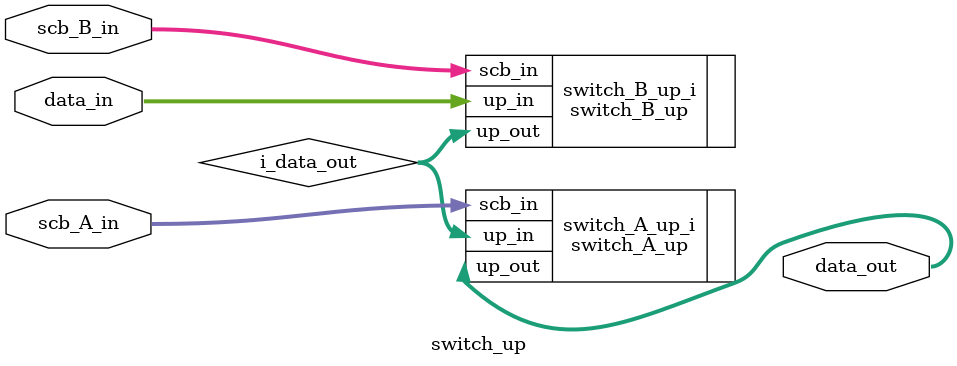
<source format=v>
`timescale 1ns / 1ps


module switch_up #(
        parameter DATA_W            = 64,
        parameter INPUTS            = 32,
        parameter OUTPUTS           = 16,
        parameter NODES_A           = OUTPUTS/2,
        parameter NODES_B           = INPUTS/2,
        parameter STAGES_A          = $clog2(NODES_A)-1,
        parameter STAGES_B          = $clog2(NODES_B)+1
    )(
        input wire  [NODES_A*STAGES_A-1:0]  scb_A_in,
        input wire  [NODES_B*STAGES_B-1:0]  scb_B_in,
        input wire  [DATA_W*INPUTS-1:0]     data_in,
        
        output wire [DATA_W*OUTPUTS-1:0]    data_out
    );
    
    wire    [DATA_W*OUTPUTS-1:0]        i_data_out;
    
    switch_A_up #(
        .DATA_W(DATA_W),
        .INPUTS(OUTPUTS),
        .NODES(NODES_A),
        .STAGES(STAGES_A)
    ) switch_A_up_i (
        .scb_in(scb_A_in),
        .up_in(i_data_out),
        
        .up_out(data_out)
    );
    
    switch_B_up #(
        .DATA_W(DATA_W),
        .INPUTS(INPUTS),
        .OUTPUTS(OUTPUTS),
        .NODES(NODES_B),
        .STAGES(STAGES_B)
    ) switch_B_up_i (
        .scb_in(scb_B_in),
        .up_in(data_in),
        
        .up_out(i_data_out)
    );
    
endmodule

</source>
